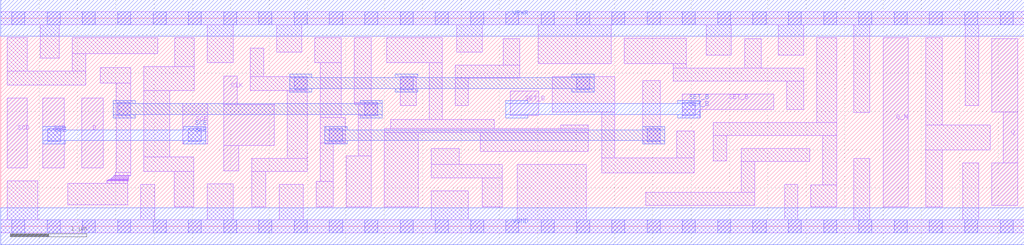
<source format=lef>
# Copyright 2020 The SkyWater PDK Authors
#
# Licensed under the Apache License, Version 2.0 (the "License");
# you may not use this file except in compliance with the License.
# You may obtain a copy of the License at
#
#     https://www.apache.org/licenses/LICENSE-2.0
#
# Unless required by applicable law or agreed to in writing, software
# distributed under the License is distributed on an "AS IS" BASIS,
# WITHOUT WARRANTIES OR CONDITIONS OF ANY KIND, either express or implied.
# See the License for the specific language governing permissions and
# limitations under the License.
#
# SPDX-License-Identifier: Apache-2.0

VERSION 5.7 ;
  NOWIREEXTENSIONATPIN ON ;
  DIVIDERCHAR "/" ;
  BUSBITCHARS "[]" ;
UNITS
  DATABASE MICRONS 200 ;
END UNITS
MACRO sky130_fd_sc_hd__sdfsbp_1
  CLASS CORE ;
  FOREIGN sky130_fd_sc_hd__sdfsbp_1 ;
  ORIGIN  0.000000  0.000000 ;
  SIZE  13.34000 BY  2.720000 ;
  SYMMETRY X Y R90 ;
  SITE unithd ;
  PIN D
    ANTENNAGATEAREA  0.159000 ;
    DIRECTION INPUT ;
    USE SIGNAL ;
    PORT
      LAYER li1 ;
        RECT 1.055000 0.765000 1.335000 1.675000 ;
    END
  END D
  PIN Q
    ANTENNADIFFAREA  0.429000 ;
    DIRECTION OUTPUT ;
    USE SIGNAL ;
    PORT
      LAYER li1 ;
        RECT 12.915000 0.275000 13.255000 0.825000 ;
        RECT 12.915000 1.495000 13.255000 2.450000 ;
        RECT 13.070000 0.825000 13.255000 1.495000 ;
    END
  END Q
  PIN Q_N
    ANTENNADIFFAREA  0.429000 ;
    DIRECTION OUTPUT ;
    USE SIGNAL ;
    PORT
      LAYER li1 ;
        RECT 11.500000 0.255000 11.830000 2.465000 ;
    END
  END Q_N
  PIN SCD
    ANTENNAGATEAREA  0.159000 ;
    DIRECTION INPUT ;
    USE SIGNAL ;
    PORT
      LAYER li1 ;
        RECT 0.085000 0.765000 0.345000 1.675000 ;
    END
  END SCD
  PIN SCE
    ANTENNAGATEAREA  0.318000 ;
    DIRECTION INPUT ;
    USE SIGNAL ;
    PORT
      LAYER li1 ;
        RECT 0.545000 0.765000 0.825000 1.675000 ;
      LAYER mcon ;
        RECT 0.610000 1.105000 0.780000 1.275000 ;
    END
    PORT
      LAYER li1 ;
        RECT 2.370000 1.075000 2.700000 1.600000 ;
      LAYER mcon ;
        RECT 2.445000 1.105000 2.615000 1.275000 ;
    END
    PORT
      LAYER met1 ;
        RECT 0.550000 1.075000 0.840000 1.120000 ;
        RECT 0.550000 1.120000 2.675000 1.260000 ;
        RECT 0.550000 1.260000 0.840000 1.305000 ;
        RECT 2.385000 1.075000 2.675000 1.120000 ;
        RECT 2.385000 1.260000 2.675000 1.305000 ;
    END
  END SCE
  PIN SET_B
    ANTENNAGATEAREA  0.252000 ;
    DIRECTION INPUT ;
    USE SIGNAL ;
    PORT
      LAYER li1 ;
        RECT 6.640000 1.445000 7.015000 1.765000 ;
    END
    PORT
      LAYER li1 ;
        RECT 8.885000 1.415000  9.110000 1.525000 ;
        RECT 8.885000 1.525000 10.075000 1.725000 ;
      LAYER mcon ;
        RECT 8.885000 1.445000 9.055000 1.615000 ;
    END
    PORT
      LAYER met1 ;
        RECT 6.580000 1.415000 6.870000 1.460000 ;
        RECT 6.580000 1.460000 9.115000 1.600000 ;
        RECT 6.580000 1.600000 6.870000 1.645000 ;
        RECT 8.825000 1.415000 9.115000 1.460000 ;
        RECT 8.825000 1.600000 9.115000 1.645000 ;
    END
  END SET_B
  PIN CLK
    ANTENNAGATEAREA  0.159000 ;
    DIRECTION INPUT ;
    USE CLOCK ;
    PORT
      LAYER li1 ;
        RECT 2.905000 0.725000 3.100000 1.055000 ;
        RECT 2.905000 1.055000 3.565000 1.590000 ;
        RECT 2.905000 1.590000 3.085000 1.960000 ;
    END
  END CLK
  PIN VGND
    DIRECTION INOUT ;
    SHAPE ABUTMENT ;
    USE GROUND ;
    PORT
      LAYER met1 ;
        RECT 0.000000 -0.240000 13.340000 0.240000 ;
    END
  END VGND
  PIN VPWR
    DIRECTION INOUT ;
    SHAPE ABUTMENT ;
    USE POWER ;
    PORT
      LAYER met1 ;
        RECT 0.000000 2.480000 13.340000 2.960000 ;
    END
  END VPWR
  OBS
    LAYER li1 ;
      RECT  0.000000 -0.085000 13.340000 0.085000 ;
      RECT  0.000000  2.635000 13.340000 2.805000 ;
      RECT  0.085000  0.085000  0.480000 0.595000 ;
      RECT  0.085000  1.845000  1.105000 2.025000 ;
      RECT  0.085000  2.025000  0.345000 2.465000 ;
      RECT  0.515000  2.195000  0.765000 2.635000 ;
      RECT  0.875000  0.280000  1.655000 0.560000 ;
      RECT  0.935000  2.025000  1.105000 2.255000 ;
      RECT  0.935000  2.255000  2.045000 2.465000 ;
      RECT  1.295000  1.870000  1.695000 2.075000 ;
      RECT  1.380000  0.560000  1.655000 0.590000 ;
      RECT  1.380000  0.590000  1.660000 0.600000 ;
      RECT  1.395000  0.600000  1.660000 0.605000 ;
      RECT  1.405000  0.605000  1.660000 0.610000 ;
      RECT  1.420000  0.610000  1.660000 0.615000 ;
      RECT  1.430000  0.615000  1.670000 0.620000 ;
      RECT  1.440000  0.620000  1.670000 0.630000 ;
      RECT  1.445000  0.630000  1.670000 0.635000 ;
      RECT  1.460000  0.635000  1.670000 0.645000 ;
      RECT  1.475000  0.645000  1.670000 0.655000 ;
      RECT  1.475000  0.655000  1.695000 0.665000 ;
      RECT  1.495000  0.665000  1.695000 0.705000 ;
      RECT  1.505000  0.705000  1.695000 1.870000 ;
      RECT  1.825000  0.085000  2.005000 0.545000 ;
      RECT  1.865000  0.715000  2.515000 0.905000 ;
      RECT  1.865000  0.905000  2.200000 1.770000 ;
      RECT  1.865000  1.770000  2.520000 2.085000 ;
      RECT  2.260000  0.255000  2.515000 0.715000 ;
      RECT  2.270000  2.085000  2.520000 2.465000 ;
      RECT  2.690000  0.085000  3.030000 0.555000 ;
      RECT  2.690000  2.140000  3.030000 2.635000 ;
      RECT  3.255000  1.775000  3.995000 1.955000 ;
      RECT  3.255000  1.955000  3.425000 2.325000 ;
      RECT  3.270000  0.255000  3.455000 0.715000 ;
      RECT  3.270000  0.715000  3.995000 0.885000 ;
      RECT  3.595000  2.275000  3.925000 2.635000 ;
      RECT  3.630000  0.085000  3.940000 0.545000 ;
      RECT  3.735000  0.885000  3.995000 1.775000 ;
      RECT  4.095000  2.135000  4.440000 2.465000 ;
      RECT  4.110000  0.255000  4.335000 0.585000 ;
      RECT  4.165000  0.585000  4.335000 1.090000 ;
      RECT  4.165000  1.090000  4.490000 1.420000 ;
      RECT  4.165000  1.420000  4.440000 2.135000 ;
      RECT  4.505000  0.255000  4.830000 0.920000 ;
      RECT  4.610000  1.590000  4.915000 1.615000 ;
      RECT  4.610000  1.615000  4.830000 2.465000 ;
      RECT  4.660000  0.920000  4.830000 1.445000 ;
      RECT  4.660000  1.445000  4.915000 1.590000 ;
      RECT  5.000000  0.255000  5.440000 1.225000 ;
      RECT  5.000000  1.225000  7.660000 1.275000 ;
      RECT  5.030000  2.135000  5.755000 2.465000 ;
      RECT  5.085000  1.275000  6.435000 1.395000 ;
      RECT  5.205000  1.575000  5.415000 1.955000 ;
      RECT  5.585000  1.395000  5.755000 2.135000 ;
      RECT  5.610000  0.085000  6.095000 0.465000 ;
      RECT  5.610000  0.635000  6.535000 0.805000 ;
      RECT  5.610000  0.805000  5.975000 1.015000 ;
      RECT  5.925000  1.575000  6.095000 1.935000 ;
      RECT  5.925000  1.935000  6.765000 2.105000 ;
      RECT  5.945000  2.275000  6.275000 2.635000 ;
      RECT  6.250000  0.975000  7.660000 1.225000 ;
      RECT  6.275000  0.255000  6.535000 0.635000 ;
      RECT  6.550000  2.105000  6.765000 2.450000 ;
      RECT  6.735000  0.085000  7.630000 0.805000 ;
      RECT  7.005000  2.125000  7.960000 2.635000 ;
      RECT  7.190000  1.495000  8.005000 1.955000 ;
      RECT  7.300000  1.275000  7.660000 1.325000 ;
      RECT  7.835000  0.695000  9.040000 0.895000 ;
      RECT  7.835000  0.895000  8.005000 1.495000 ;
      RECT  8.130000  2.125000  8.935000 2.460000 ;
      RECT  8.365000  1.075000  8.595000 1.905000 ;
      RECT  8.410000  0.275000  9.825000 0.445000 ;
      RECT  8.765000  1.895000 10.465000 2.065000 ;
      RECT  8.765000  2.065000  8.935000 2.125000 ;
      RECT  8.810000  0.895000  9.040000 1.245000 ;
      RECT  9.195000  2.235000  9.525000 2.635000 ;
      RECT  9.290000  0.855000  9.465000 1.185000 ;
      RECT  9.290000  1.185000 10.895000 1.355000 ;
      RECT  9.655000  0.445000  9.825000 0.845000 ;
      RECT  9.655000  0.845000 10.545000 1.015000 ;
      RECT  9.695000  2.065000  9.910000 2.450000 ;
      RECT 10.135000  2.235000 10.465000 2.635000 ;
      RECT 10.220000  0.085000 10.390000 0.545000 ;
      RECT 10.245000  1.525000 10.465000 1.895000 ;
      RECT 10.560000  0.255000 10.895000 0.540000 ;
      RECT 10.635000  1.355000 10.895000 2.465000 ;
      RECT 10.715000  0.540000 10.895000 1.185000 ;
      RECT 11.120000  0.085000 11.330000 0.885000 ;
      RECT 11.120000  1.485000 11.330000 2.635000 ;
      RECT 12.060000  0.255000 12.270000 0.995000 ;
      RECT 12.060000  0.995000 12.900000 1.325000 ;
      RECT 12.060000  1.325000 12.270000 2.465000 ;
      RECT 12.540000  0.085000 12.745000 0.825000 ;
      RECT 12.575000  1.575000 12.745000 2.635000 ;
    LAYER mcon ;
      RECT  0.145000 -0.085000  0.315000 0.085000 ;
      RECT  0.145000  2.635000  0.315000 2.805000 ;
      RECT  0.605000 -0.085000  0.775000 0.085000 ;
      RECT  0.605000  2.635000  0.775000 2.805000 ;
      RECT  1.065000 -0.085000  1.235000 0.085000 ;
      RECT  1.065000  2.635000  1.235000 2.805000 ;
      RECT  1.525000 -0.085000  1.695000 0.085000 ;
      RECT  1.525000  1.445000  1.695000 1.615000 ;
      RECT  1.525000  2.635000  1.695000 2.805000 ;
      RECT  1.985000 -0.085000  2.155000 0.085000 ;
      RECT  1.985000  2.635000  2.155000 2.805000 ;
      RECT  2.445000 -0.085000  2.615000 0.085000 ;
      RECT  2.445000  2.635000  2.615000 2.805000 ;
      RECT  2.905000 -0.085000  3.075000 0.085000 ;
      RECT  2.905000  2.635000  3.075000 2.805000 ;
      RECT  3.365000 -0.085000  3.535000 0.085000 ;
      RECT  3.365000  2.635000  3.535000 2.805000 ;
      RECT  3.825000 -0.085000  3.995000 0.085000 ;
      RECT  3.825000  1.785000  3.995000 1.955000 ;
      RECT  3.825000  2.635000  3.995000 2.805000 ;
      RECT  4.285000 -0.085000  4.455000 0.085000 ;
      RECT  4.285000  1.105000  4.455000 1.275000 ;
      RECT  4.285000  2.635000  4.455000 2.805000 ;
      RECT  4.745000 -0.085000  4.915000 0.085000 ;
      RECT  4.745000  1.445000  4.915000 1.615000 ;
      RECT  4.745000  2.635000  4.915000 2.805000 ;
      RECT  5.205000 -0.085000  5.375000 0.085000 ;
      RECT  5.205000  1.785000  5.375000 1.955000 ;
      RECT  5.205000  2.635000  5.375000 2.805000 ;
      RECT  5.665000 -0.085000  5.835000 0.085000 ;
      RECT  5.665000  2.635000  5.835000 2.805000 ;
      RECT  6.125000 -0.085000  6.295000 0.085000 ;
      RECT  6.125000  2.635000  6.295000 2.805000 ;
      RECT  6.585000 -0.085000  6.755000 0.085000 ;
      RECT  6.585000  2.635000  6.755000 2.805000 ;
      RECT  7.045000 -0.085000  7.215000 0.085000 ;
      RECT  7.045000  2.635000  7.215000 2.805000 ;
      RECT  7.505000 -0.085000  7.675000 0.085000 ;
      RECT  7.505000  1.785000  7.675000 1.955000 ;
      RECT  7.505000  2.635000  7.675000 2.805000 ;
      RECT  7.965000 -0.085000  8.135000 0.085000 ;
      RECT  7.965000  2.635000  8.135000 2.805000 ;
      RECT  8.425000 -0.085000  8.595000 0.085000 ;
      RECT  8.425000  1.105000  8.595000 1.275000 ;
      RECT  8.425000  2.635000  8.595000 2.805000 ;
      RECT  8.885000 -0.085000  9.055000 0.085000 ;
      RECT  8.885000  2.635000  9.055000 2.805000 ;
      RECT  9.345000 -0.085000  9.515000 0.085000 ;
      RECT  9.345000  2.635000  9.515000 2.805000 ;
      RECT  9.805000 -0.085000  9.975000 0.085000 ;
      RECT  9.805000  2.635000  9.975000 2.805000 ;
      RECT 10.265000 -0.085000 10.435000 0.085000 ;
      RECT 10.265000  2.635000 10.435000 2.805000 ;
      RECT 10.725000 -0.085000 10.895000 0.085000 ;
      RECT 10.725000  2.635000 10.895000 2.805000 ;
      RECT 11.185000 -0.085000 11.355000 0.085000 ;
      RECT 11.185000  2.635000 11.355000 2.805000 ;
      RECT 11.645000 -0.085000 11.815000 0.085000 ;
      RECT 11.645000  2.635000 11.815000 2.805000 ;
      RECT 12.105000 -0.085000 12.275000 0.085000 ;
      RECT 12.105000  2.635000 12.275000 2.805000 ;
      RECT 12.565000 -0.085000 12.735000 0.085000 ;
      RECT 12.565000  2.635000 12.735000 2.805000 ;
      RECT 13.025000 -0.085000 13.195000 0.085000 ;
      RECT 13.025000  2.635000 13.195000 2.805000 ;
    LAYER met1 ;
      RECT 1.465000 1.415000 1.755000 1.460000 ;
      RECT 1.465000 1.460000 4.975000 1.600000 ;
      RECT 1.465000 1.600000 1.755000 1.645000 ;
      RECT 3.765000 1.755000 4.055000 1.800000 ;
      RECT 3.765000 1.800000 7.735000 1.940000 ;
      RECT 3.765000 1.940000 4.055000 1.985000 ;
      RECT 4.225000 1.075000 4.515000 1.120000 ;
      RECT 4.225000 1.120000 8.655000 1.260000 ;
      RECT 4.225000 1.260000 4.515000 1.305000 ;
      RECT 4.685000 1.415000 4.975000 1.460000 ;
      RECT 4.685000 1.600000 4.975000 1.645000 ;
      RECT 5.145000 1.755000 5.435000 1.800000 ;
      RECT 5.145000 1.940000 5.435000 1.985000 ;
      RECT 7.445000 1.755000 7.735000 1.800000 ;
      RECT 7.445000 1.940000 7.735000 1.985000 ;
      RECT 8.365000 1.075000 8.655000 1.120000 ;
      RECT 8.365000 1.260000 8.655000 1.305000 ;
  END
END sky130_fd_sc_hd__sdfsbp_1
END LIBRARY

</source>
